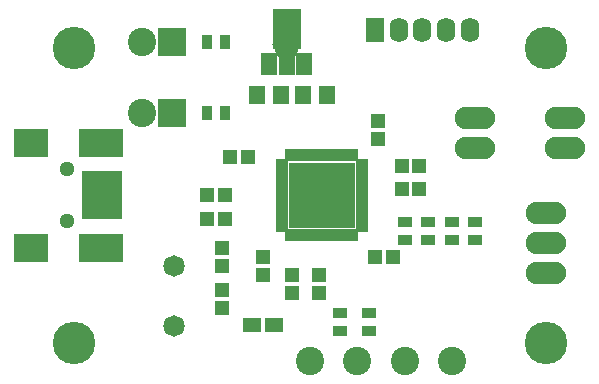
<source format=gts>
%TF.GenerationSoftware,KiCad,Pcbnew,4.0.1-stable*%
%TF.CreationDate,2016-10-12T20:15:11+09:00*%
%TF.ProjectId,I2C_MASTER,4932435F4D41535445522E6B69636164,rev?*%
%TF.FileFunction,Soldermask,Top*%
%FSLAX46Y46*%
G04 Gerber Fmt 4.6, Leading zero omitted, Abs format (unit mm)*
G04 Created by KiCad (PCBNEW 4.0.1-stable) date 10/12/16 20:15:11*
%MOMM*%
G01*
G04 APERTURE LIST*
%ADD10C,0.150000*%
%ADD11C,3.600000*%
%ADD12R,1.600000X1.150000*%
%ADD13R,1.400760X1.901140*%
%ADD14R,2.398980X3.399740*%
%ADD15R,0.650000X1.100000*%
%ADD16R,1.100000X0.650000*%
%ADD17R,1.687500X1.687500*%
%ADD18C,1.822400*%
%ADD19C,2.398980*%
%ADD20R,1.400000X1.650000*%
%ADD21R,1.200000X1.150000*%
%ADD22R,1.150000X1.200000*%
%ADD23R,1.300000X0.900000*%
%ADD24O,3.416000X1.908000*%
%ADD25R,2.400000X2.400000*%
%ADD26C,2.400000*%
%ADD27R,0.900000X1.300000*%
%ADD28C,1.299160*%
%ADD29R,2.899360X2.398980*%
%ADD30R,3.699460X2.398980*%
%ADD31R,3.498800X0.897840*%
%ADD32R,1.600000X2.100000*%
%ADD33O,1.600000X2.100000*%
G04 APERTURE END LIST*
D10*
D11*
X5000000Y-29500000D03*
X5000000Y-4500000D03*
X45000000Y-4500000D03*
X45000000Y-29500000D03*
D12*
X20050000Y-28000000D03*
X21950000Y-28000000D03*
D13*
X21498860Y-5851660D03*
X23000000Y-5851660D03*
X24501140Y-5851660D03*
D14*
X23000000Y-2900180D03*
D10*
G36*
X24200760Y-4174650D02*
X23700380Y-5323950D01*
X22299620Y-5323950D01*
X21799240Y-4174650D01*
X24200760Y-4174650D01*
X24200760Y-4174650D01*
G37*
D15*
X28750000Y-13600000D03*
X28250000Y-13600000D03*
X27750000Y-13600000D03*
X27250000Y-13600000D03*
X26750000Y-13600000D03*
X26250000Y-13600000D03*
X25750000Y-13600000D03*
X25250000Y-13600000D03*
X24750000Y-13600000D03*
X24250000Y-13600000D03*
X23750000Y-13600000D03*
X23250000Y-13600000D03*
D16*
X22600000Y-14250000D03*
X22600000Y-14750000D03*
X22600000Y-15250000D03*
X22600000Y-15750000D03*
X22600000Y-16250000D03*
X22600000Y-16750000D03*
X22600000Y-17250000D03*
X22600000Y-17750000D03*
X22600000Y-18250000D03*
X22600000Y-18750000D03*
X22600000Y-19250000D03*
X22600000Y-19750000D03*
D15*
X23250000Y-20400000D03*
X23750000Y-20400000D03*
X24250000Y-20400000D03*
X24750000Y-20400000D03*
X25250000Y-20400000D03*
X25750000Y-20400000D03*
X26250000Y-20400000D03*
X26750000Y-20400000D03*
X27250000Y-20400000D03*
X27750000Y-20400000D03*
X28250000Y-20400000D03*
X28750000Y-20400000D03*
D16*
X29400000Y-19750000D03*
X29400000Y-19250000D03*
X29400000Y-18750000D03*
X29400000Y-18250000D03*
X29400000Y-17750000D03*
X29400000Y-17250000D03*
X29400000Y-16750000D03*
X29400000Y-16250000D03*
X29400000Y-15750000D03*
X29400000Y-15250000D03*
X29400000Y-14750000D03*
X29400000Y-14250000D03*
D17*
X24068750Y-18931250D03*
X25356250Y-18931250D03*
X26643750Y-18931250D03*
X27931250Y-18931250D03*
X24068750Y-17643750D03*
X25356250Y-17643750D03*
X26643750Y-17643750D03*
X27931250Y-17643750D03*
X24068750Y-16356250D03*
X25356250Y-16356250D03*
X26643750Y-16356250D03*
X27931250Y-16356250D03*
X24068750Y-15068750D03*
X25356250Y-15068750D03*
X26643750Y-15068750D03*
X27931250Y-15068750D03*
D18*
X13500000Y-23000000D03*
X13500000Y-28080000D03*
D19*
X25000000Y-31000000D03*
X29000000Y-31000000D03*
X37000000Y-31000000D03*
X33000000Y-31000000D03*
D20*
X22500000Y-8500000D03*
X20500000Y-8500000D03*
X24400000Y-8500000D03*
X26400000Y-8500000D03*
D21*
X17750000Y-19000000D03*
X16250000Y-19000000D03*
D22*
X23500000Y-25250000D03*
X23500000Y-23750000D03*
D21*
X34250000Y-14500000D03*
X32750000Y-14500000D03*
X19750000Y-13750000D03*
X18250000Y-13750000D03*
X17750000Y-17000000D03*
X16250000Y-17000000D03*
D22*
X21000000Y-22250000D03*
X21000000Y-23750000D03*
X25750000Y-25250000D03*
X25750000Y-23750000D03*
D21*
X30500000Y-22250000D03*
X32000000Y-22250000D03*
X34250000Y-16500000D03*
X32750000Y-16500000D03*
D22*
X30750000Y-10750000D03*
X30750000Y-12250000D03*
X17500000Y-23000000D03*
X17500000Y-21500000D03*
X17500000Y-25000000D03*
X17500000Y-26500000D03*
D23*
X30000000Y-28500000D03*
X30000000Y-27000000D03*
X27500000Y-28500000D03*
X27500000Y-27000000D03*
X35000000Y-19250000D03*
X35000000Y-20750000D03*
X33000000Y-19250000D03*
X33000000Y-20750000D03*
D24*
X46560000Y-13020000D03*
X46560000Y-10480000D03*
X38940000Y-10480000D03*
X38940000Y-13020000D03*
D25*
X13300000Y-4000000D03*
D26*
X10760000Y-4000000D03*
D25*
X13300000Y-10000000D03*
D26*
X10760000Y-10000000D03*
D27*
X17750000Y-4000000D03*
X16250000Y-4000000D03*
X17750000Y-10000000D03*
X16250000Y-10000000D03*
D28*
X4400000Y-14800360D03*
X4400000Y-19199640D03*
D29*
X1400260Y-21447540D03*
X1400260Y-12552460D03*
D30*
X7298140Y-21447540D03*
X7298140Y-12552460D03*
D31*
X7399740Y-15402340D03*
X7399740Y-16202440D03*
X7399740Y-17000000D03*
X7399740Y-17797560D03*
X7399740Y-18597660D03*
D23*
X37000000Y-19250000D03*
X37000000Y-20750000D03*
X39000000Y-19250000D03*
X39000000Y-20750000D03*
D24*
X45000000Y-18460000D03*
X45000000Y-21000000D03*
X45000000Y-23540000D03*
D32*
X30500000Y-3000000D03*
D33*
X32500000Y-3000000D03*
X34500000Y-3000000D03*
X36500000Y-3000000D03*
X38500000Y-3000000D03*
M02*

</source>
